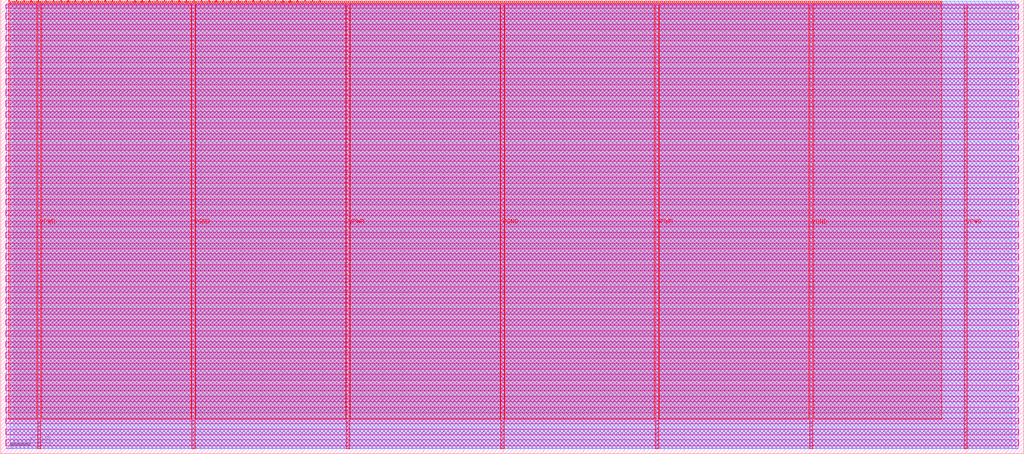
<source format=lef>
VERSION 5.7 ;
  NOWIREEXTENSIONATPIN ON ;
  DIVIDERCHAR "/" ;
  BUSBITCHARS "[]" ;
MACRO tt_um_toivoh_retro_console
  CLASS BLOCK ;
  FOREIGN tt_um_toivoh_retro_console ;
  ORIGIN 0.000 0.000 ;
  SIZE 508.760 BY 225.760 ;
  PIN VGND
    DIRECTION INOUT ;
    USE GROUND ;
    PORT
      LAYER met4 ;
        RECT 95.080 2.480 96.680 223.280 ;
    END
    PORT
      LAYER met4 ;
        RECT 248.680 2.480 250.280 223.280 ;
    END
    PORT
      LAYER met4 ;
        RECT 402.280 2.480 403.880 223.280 ;
    END
  END VGND
  PIN VPWR
    DIRECTION INOUT ;
    USE POWER ;
    PORT
      LAYER met4 ;
        RECT 18.280 2.480 19.880 223.280 ;
    END
    PORT
      LAYER met4 ;
        RECT 171.880 2.480 173.480 223.280 ;
    END
    PORT
      LAYER met4 ;
        RECT 325.480 2.480 327.080 223.280 ;
    END
    PORT
      LAYER met4 ;
        RECT 479.080 2.480 480.680 223.280 ;
    END
  END VPWR
  PIN clk
    DIRECTION INPUT ;
    USE SIGNAL ;
    ANTENNAGATEAREA 0.852000 ;
    PORT
      LAYER met4 ;
        RECT 154.870 224.760 155.170 225.760 ;
    END
  END clk
  PIN ena
    DIRECTION INPUT ;
    USE SIGNAL ;
    PORT
      LAYER met4 ;
        RECT 158.550 224.760 158.850 225.760 ;
    END
  END ena
  PIN rst_n
    DIRECTION INPUT ;
    USE SIGNAL ;
    ANTENNAGATEAREA 0.196500 ;
    PORT
      LAYER met4 ;
        RECT 151.190 224.760 151.490 225.760 ;
    END
  END rst_n
  PIN ui_in[0]
    DIRECTION INPUT ;
    USE SIGNAL ;
    ANTENNAGATEAREA 0.196500 ;
    PORT
      LAYER met4 ;
        RECT 147.510 224.760 147.810 225.760 ;
    END
  END ui_in[0]
  PIN ui_in[1]
    DIRECTION INPUT ;
    USE SIGNAL ;
    ANTENNAGATEAREA 0.196500 ;
    PORT
      LAYER met4 ;
        RECT 143.830 224.760 144.130 225.760 ;
    END
  END ui_in[1]
  PIN ui_in[2]
    DIRECTION INPUT ;
    USE SIGNAL ;
    ANTENNAGATEAREA 0.196500 ;
    PORT
      LAYER met4 ;
        RECT 140.150 224.760 140.450 225.760 ;
    END
  END ui_in[2]
  PIN ui_in[3]
    DIRECTION INPUT ;
    USE SIGNAL ;
    ANTENNAGATEAREA 0.196500 ;
    PORT
      LAYER met4 ;
        RECT 136.470 224.760 136.770 225.760 ;
    END
  END ui_in[3]
  PIN ui_in[4]
    DIRECTION INPUT ;
    USE SIGNAL ;
    ANTENNAGATEAREA 0.196500 ;
    PORT
      LAYER met4 ;
        RECT 132.790 224.760 133.090 225.760 ;
    END
  END ui_in[4]
  PIN ui_in[5]
    DIRECTION INPUT ;
    USE SIGNAL ;
    ANTENNAGATEAREA 0.196500 ;
    PORT
      LAYER met4 ;
        RECT 129.110 224.760 129.410 225.760 ;
    END
  END ui_in[5]
  PIN ui_in[6]
    DIRECTION INPUT ;
    USE SIGNAL ;
    PORT
      LAYER met4 ;
        RECT 125.430 224.760 125.730 225.760 ;
    END
  END ui_in[6]
  PIN ui_in[7]
    DIRECTION INPUT ;
    USE SIGNAL ;
    PORT
      LAYER met4 ;
        RECT 121.750 224.760 122.050 225.760 ;
    END
  END ui_in[7]
  PIN uio_in[0]
    DIRECTION INPUT ;
    USE SIGNAL ;
    PORT
      LAYER met4 ;
        RECT 118.070 224.760 118.370 225.760 ;
    END
  END uio_in[0]
  PIN uio_in[1]
    DIRECTION INPUT ;
    USE SIGNAL ;
    PORT
      LAYER met4 ;
        RECT 114.390 224.760 114.690 225.760 ;
    END
  END uio_in[1]
  PIN uio_in[2]
    DIRECTION INPUT ;
    USE SIGNAL ;
    PORT
      LAYER met4 ;
        RECT 110.710 224.760 111.010 225.760 ;
    END
  END uio_in[2]
  PIN uio_in[3]
    DIRECTION INPUT ;
    USE SIGNAL ;
    PORT
      LAYER met4 ;
        RECT 107.030 224.760 107.330 225.760 ;
    END
  END uio_in[3]
  PIN uio_in[4]
    DIRECTION INPUT ;
    USE SIGNAL ;
    PORT
      LAYER met4 ;
        RECT 103.350 224.760 103.650 225.760 ;
    END
  END uio_in[4]
  PIN uio_in[5]
    DIRECTION INPUT ;
    USE SIGNAL ;
    PORT
      LAYER met4 ;
        RECT 99.670 224.760 99.970 225.760 ;
    END
  END uio_in[5]
  PIN uio_in[6]
    DIRECTION INPUT ;
    USE SIGNAL ;
    ANTENNAGATEAREA 0.196500 ;
    PORT
      LAYER met4 ;
        RECT 95.990 224.760 96.290 225.760 ;
    END
  END uio_in[6]
  PIN uio_in[7]
    DIRECTION INPUT ;
    USE SIGNAL ;
    ANTENNAGATEAREA 0.196500 ;
    PORT
      LAYER met4 ;
        RECT 92.310 224.760 92.610 225.760 ;
    END
  END uio_in[7]
  PIN uio_oe[0]
    DIRECTION OUTPUT TRISTATE ;
    USE SIGNAL ;
    PORT
      LAYER met4 ;
        RECT 29.750 224.760 30.050 225.760 ;
    END
  END uio_oe[0]
  PIN uio_oe[1]
    DIRECTION OUTPUT TRISTATE ;
    USE SIGNAL ;
    PORT
      LAYER met4 ;
        RECT 26.070 224.760 26.370 225.760 ;
    END
  END uio_oe[1]
  PIN uio_oe[2]
    DIRECTION OUTPUT TRISTATE ;
    USE SIGNAL ;
    PORT
      LAYER met4 ;
        RECT 22.390 224.760 22.690 225.760 ;
    END
  END uio_oe[2]
  PIN uio_oe[3]
    DIRECTION OUTPUT TRISTATE ;
    USE SIGNAL ;
    PORT
      LAYER met4 ;
        RECT 18.710 224.760 19.010 225.760 ;
    END
  END uio_oe[3]
  PIN uio_oe[4]
    DIRECTION OUTPUT TRISTATE ;
    USE SIGNAL ;
    PORT
      LAYER met4 ;
        RECT 15.030 224.760 15.330 225.760 ;
    END
  END uio_oe[4]
  PIN uio_oe[5]
    DIRECTION OUTPUT TRISTATE ;
    USE SIGNAL ;
    PORT
      LAYER met4 ;
        RECT 11.350 224.760 11.650 225.760 ;
    END
  END uio_oe[5]
  PIN uio_oe[6]
    DIRECTION OUTPUT TRISTATE ;
    USE SIGNAL ;
    ANTENNADIFFAREA 0.795200 ;
    PORT
      LAYER met4 ;
        RECT 7.670 224.760 7.970 225.760 ;
    END
  END uio_oe[6]
  PIN uio_oe[7]
    DIRECTION OUTPUT TRISTATE ;
    USE SIGNAL ;
    ANTENNADIFFAREA 0.795200 ;
    PORT
      LAYER met4 ;
        RECT 3.990 224.760 4.290 225.760 ;
    END
  END uio_oe[7]
  PIN uio_out[0]
    DIRECTION OUTPUT TRISTATE ;
    USE SIGNAL ;
    ANTENNADIFFAREA 0.445500 ;
    PORT
      LAYER met4 ;
        RECT 59.190 224.760 59.490 225.760 ;
    END
  END uio_out[0]
  PIN uio_out[1]
    DIRECTION OUTPUT TRISTATE ;
    USE SIGNAL ;
    ANTENNADIFFAREA 0.891000 ;
    PORT
      LAYER met4 ;
        RECT 55.510 224.760 55.810 225.760 ;
    END
  END uio_out[1]
  PIN uio_out[2]
    DIRECTION OUTPUT TRISTATE ;
    USE SIGNAL ;
    ANTENNADIFFAREA 0.891000 ;
    PORT
      LAYER met4 ;
        RECT 51.830 224.760 52.130 225.760 ;
    END
  END uio_out[2]
  PIN uio_out[3]
    DIRECTION OUTPUT TRISTATE ;
    USE SIGNAL ;
    ANTENNADIFFAREA 0.891000 ;
    PORT
      LAYER met4 ;
        RECT 48.150 224.760 48.450 225.760 ;
    END
  END uio_out[3]
  PIN uio_out[4]
    DIRECTION OUTPUT TRISTATE ;
    USE SIGNAL ;
    ANTENNADIFFAREA 0.891000 ;
    PORT
      LAYER met4 ;
        RECT 44.470 224.760 44.770 225.760 ;
    END
  END uio_out[4]
  PIN uio_out[5]
    DIRECTION OUTPUT TRISTATE ;
    USE SIGNAL ;
    ANTENNADIFFAREA 0.445500 ;
    PORT
      LAYER met4 ;
        RECT 40.790 224.760 41.090 225.760 ;
    END
  END uio_out[5]
  PIN uio_out[6]
    DIRECTION OUTPUT TRISTATE ;
    USE SIGNAL ;
    ANTENNADIFFAREA 0.445500 ;
    PORT
      LAYER met4 ;
        RECT 37.110 224.760 37.410 225.760 ;
    END
  END uio_out[6]
  PIN uio_out[7]
    DIRECTION OUTPUT TRISTATE ;
    USE SIGNAL ;
    ANTENNADIFFAREA 0.891000 ;
    PORT
      LAYER met4 ;
        RECT 33.430 224.760 33.730 225.760 ;
    END
  END uio_out[7]
  PIN uo_out[0]
    DIRECTION OUTPUT TRISTATE ;
    USE SIGNAL ;
    ANTENNADIFFAREA 0.445500 ;
    PORT
      LAYER met4 ;
        RECT 88.630 224.760 88.930 225.760 ;
    END
  END uo_out[0]
  PIN uo_out[1]
    DIRECTION OUTPUT TRISTATE ;
    USE SIGNAL ;
    ANTENNADIFFAREA 0.891000 ;
    PORT
      LAYER met4 ;
        RECT 84.950 224.760 85.250 225.760 ;
    END
  END uo_out[1]
  PIN uo_out[2]
    DIRECTION OUTPUT TRISTATE ;
    USE SIGNAL ;
    ANTENNADIFFAREA 0.445500 ;
    PORT
      LAYER met4 ;
        RECT 81.270 224.760 81.570 225.760 ;
    END
  END uo_out[2]
  PIN uo_out[3]
    DIRECTION OUTPUT TRISTATE ;
    USE SIGNAL ;
    ANTENNADIFFAREA 0.891000 ;
    PORT
      LAYER met4 ;
        RECT 77.590 224.760 77.890 225.760 ;
    END
  END uo_out[3]
  PIN uo_out[4]
    DIRECTION OUTPUT TRISTATE ;
    USE SIGNAL ;
    ANTENNADIFFAREA 0.445500 ;
    PORT
      LAYER met4 ;
        RECT 73.910 224.760 74.210 225.760 ;
    END
  END uo_out[4]
  PIN uo_out[5]
    DIRECTION OUTPUT TRISTATE ;
    USE SIGNAL ;
    ANTENNADIFFAREA 0.891000 ;
    PORT
      LAYER met4 ;
        RECT 70.230 224.760 70.530 225.760 ;
    END
  END uo_out[5]
  PIN uo_out[6]
    DIRECTION OUTPUT TRISTATE ;
    USE SIGNAL ;
    ANTENNADIFFAREA 0.445500 ;
    PORT
      LAYER met4 ;
        RECT 66.550 224.760 66.850 225.760 ;
    END
  END uo_out[6]
  PIN uo_out[7]
    DIRECTION OUTPUT TRISTATE ;
    USE SIGNAL ;
    ANTENNADIFFAREA 0.445500 ;
    PORT
      LAYER met4 ;
        RECT 62.870 224.760 63.170 225.760 ;
    END
  END uo_out[7]
  OBS
      LAYER nwell ;
        RECT 2.570 221.625 506.190 223.230 ;
        RECT 2.570 216.185 506.190 219.015 ;
        RECT 2.570 210.745 506.190 213.575 ;
        RECT 2.570 205.305 506.190 208.135 ;
        RECT 2.570 199.865 506.190 202.695 ;
        RECT 2.570 194.425 506.190 197.255 ;
        RECT 2.570 188.985 506.190 191.815 ;
        RECT 2.570 183.545 506.190 186.375 ;
        RECT 2.570 178.105 506.190 180.935 ;
        RECT 2.570 172.665 506.190 175.495 ;
        RECT 2.570 167.225 506.190 170.055 ;
        RECT 2.570 161.785 506.190 164.615 ;
        RECT 2.570 156.345 506.190 159.175 ;
        RECT 2.570 150.905 506.190 153.735 ;
        RECT 2.570 145.465 506.190 148.295 ;
        RECT 2.570 140.025 506.190 142.855 ;
        RECT 2.570 134.585 506.190 137.415 ;
        RECT 2.570 129.145 506.190 131.975 ;
        RECT 2.570 123.705 506.190 126.535 ;
        RECT 2.570 118.265 506.190 121.095 ;
        RECT 2.570 112.825 506.190 115.655 ;
        RECT 2.570 107.385 506.190 110.215 ;
        RECT 2.570 101.945 506.190 104.775 ;
        RECT 2.570 96.505 506.190 99.335 ;
        RECT 2.570 91.065 506.190 93.895 ;
        RECT 2.570 85.625 506.190 88.455 ;
        RECT 2.570 80.185 506.190 83.015 ;
        RECT 2.570 74.745 506.190 77.575 ;
        RECT 2.570 69.305 506.190 72.135 ;
        RECT 2.570 63.865 506.190 66.695 ;
        RECT 2.570 58.425 506.190 61.255 ;
        RECT 2.570 52.985 506.190 55.815 ;
        RECT 2.570 47.545 506.190 50.375 ;
        RECT 2.570 42.105 506.190 44.935 ;
        RECT 2.570 36.665 506.190 39.495 ;
        RECT 2.570 31.225 506.190 34.055 ;
        RECT 2.570 25.785 506.190 28.615 ;
        RECT 2.570 20.345 506.190 23.175 ;
        RECT 2.570 14.905 506.190 17.735 ;
        RECT 2.570 9.465 506.190 12.295 ;
        RECT 2.570 4.025 506.190 6.855 ;
      LAYER li1 ;
        RECT 2.760 2.635 506.000 223.125 ;
      LAYER met1 ;
        RECT 2.760 2.480 506.000 223.680 ;
      LAYER met2 ;
        RECT 4.700 2.535 504.520 224.925 ;
      LAYER met3 ;
        RECT 6.510 2.555 502.715 224.905 ;
      LAYER met4 ;
        RECT 4.690 224.360 7.270 224.905 ;
        RECT 8.370 224.360 10.950 224.905 ;
        RECT 12.050 224.360 14.630 224.905 ;
        RECT 15.730 224.360 18.310 224.905 ;
        RECT 19.410 224.360 21.990 224.905 ;
        RECT 23.090 224.360 25.670 224.905 ;
        RECT 26.770 224.360 29.350 224.905 ;
        RECT 30.450 224.360 33.030 224.905 ;
        RECT 34.130 224.360 36.710 224.905 ;
        RECT 37.810 224.360 40.390 224.905 ;
        RECT 41.490 224.360 44.070 224.905 ;
        RECT 45.170 224.360 47.750 224.905 ;
        RECT 48.850 224.360 51.430 224.905 ;
        RECT 52.530 224.360 55.110 224.905 ;
        RECT 56.210 224.360 58.790 224.905 ;
        RECT 59.890 224.360 62.470 224.905 ;
        RECT 63.570 224.360 66.150 224.905 ;
        RECT 67.250 224.360 69.830 224.905 ;
        RECT 70.930 224.360 73.510 224.905 ;
        RECT 74.610 224.360 77.190 224.905 ;
        RECT 78.290 224.360 80.870 224.905 ;
        RECT 81.970 224.360 84.550 224.905 ;
        RECT 85.650 224.360 88.230 224.905 ;
        RECT 89.330 224.360 91.910 224.905 ;
        RECT 93.010 224.360 95.590 224.905 ;
        RECT 96.690 224.360 99.270 224.905 ;
        RECT 100.370 224.360 102.950 224.905 ;
        RECT 104.050 224.360 106.630 224.905 ;
        RECT 107.730 224.360 110.310 224.905 ;
        RECT 111.410 224.360 113.990 224.905 ;
        RECT 115.090 224.360 117.670 224.905 ;
        RECT 118.770 224.360 121.350 224.905 ;
        RECT 122.450 224.360 125.030 224.905 ;
        RECT 126.130 224.360 128.710 224.905 ;
        RECT 129.810 224.360 132.390 224.905 ;
        RECT 133.490 224.360 136.070 224.905 ;
        RECT 137.170 224.360 139.750 224.905 ;
        RECT 140.850 224.360 143.430 224.905 ;
        RECT 144.530 224.360 147.110 224.905 ;
        RECT 148.210 224.360 150.790 224.905 ;
        RECT 151.890 224.360 154.470 224.905 ;
        RECT 155.570 224.360 158.150 224.905 ;
        RECT 159.250 224.360 467.985 224.905 ;
        RECT 3.990 223.680 467.985 224.360 ;
        RECT 3.990 17.175 17.880 223.680 ;
        RECT 20.280 17.175 94.680 223.680 ;
        RECT 97.080 17.175 171.480 223.680 ;
        RECT 173.880 17.175 248.280 223.680 ;
        RECT 250.680 17.175 325.080 223.680 ;
        RECT 327.480 17.175 401.880 223.680 ;
        RECT 404.280 17.175 467.985 223.680 ;
  END
END tt_um_toivoh_retro_console
END LIBRARY


</source>
